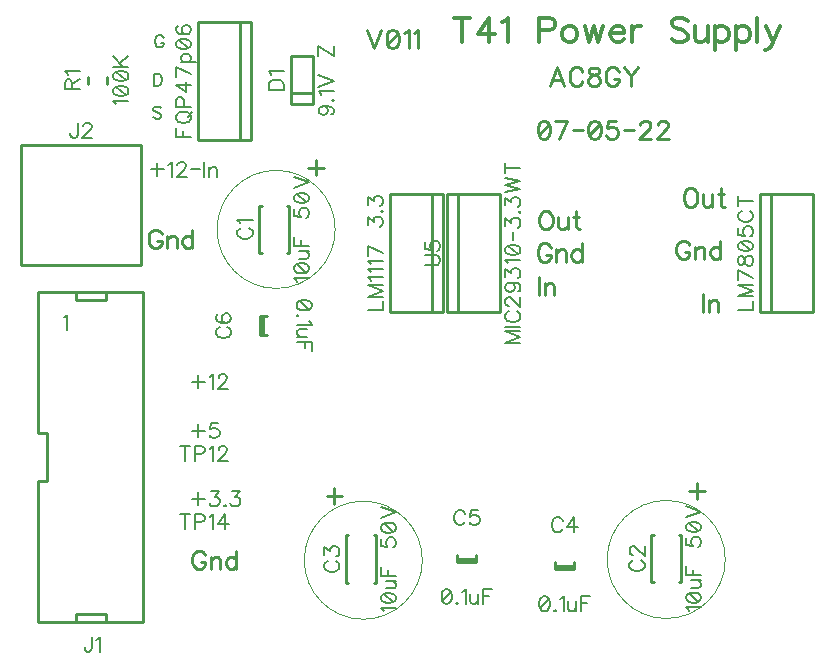
<source format=gbr>
G04 DipTrace 4.2.0.1*
G04 TopSilk.gbr*
%MOIN*%
G04 #@! TF.FileFunction,Legend,Top*
G04 #@! TF.Part,Single*
%ADD10C,0.009843*%
%ADD17C,0.001312*%
%ADD57C,0.00772*%
%ADD58C,0.009264*%
%ADD59C,0.012351*%
%ADD60C,0.006176*%
%FSLAX26Y26*%
G04*
G70*
G90*
G75*
G01*
G04 TopSilk*
%LPD*%
X1808831Y2122307D2*
D10*
X1631665D1*
Y1728606D1*
X1808831D1*
Y2122307D1*
X1773398D2*
Y1728606D1*
X2866139Y1728622D2*
X3043304D1*
Y2122323D1*
X2866139D1*
Y1728622D1*
X2901572D2*
Y2122323D1*
X1295720Y1926231D2*
X1288634D1*
X1204382D2*
X1197295D1*
X1204382Y2083617D2*
X1197295D1*
X1295720D2*
X1288634D1*
X1197295Y1926231D2*
Y2083617D1*
X1295720Y1926231D2*
Y2083617D1*
X2602450Y828727D2*
X2595364D1*
X2511112D2*
X2504025D1*
X2511112Y986113D2*
X2504025D1*
X2602450D2*
X2595364D1*
X2504025Y828727D2*
Y986113D1*
X2602450Y828727D2*
Y986113D1*
X1584810Y826761D2*
X1577723D1*
X1493471D2*
X1486385D1*
X1493471Y984147D2*
X1486385D1*
X1584810D2*
X1577723D1*
X1486385Y826761D2*
Y984147D1*
X1584810Y826761D2*
Y984147D1*
X1169291Y2695276D2*
X992126D1*
Y2301575D1*
X1169291D1*
Y2695276D1*
X1133858D2*
Y2301575D1*
X1376762Y2422831D2*
X1304251Y2422530D1*
X1301029Y2423366D2*
Y2580850D1*
X1375551Y2457333D2*
X1302278D1*
X1376945Y2583728D2*
X1303420Y2583528D1*
X1377197Y2425039D2*
X1376945Y2583728D1*
X689228Y2489361D2*
Y2512920D1*
X626299Y2489361D2*
Y2512920D1*
X403675Y1885875D2*
X803675D1*
Y2285875D1*
X403675D1*
Y1885875D1*
X1920415Y904239D2*
X1857486D1*
X1920415Y896790D2*
X1857486D1*
X1920415D2*
Y920349D1*
X1857486Y896790D2*
Y920349D1*
X2247025Y880667D2*
X2184096D1*
X2247025Y873218D2*
X2184096D1*
X2247025D2*
Y896777D1*
X2184096Y873218D2*
Y896777D1*
X1207827Y1651542D2*
Y1714471D1*
X1200378Y1651542D2*
Y1714471D1*
Y1651542D2*
X1223937D1*
X1200378Y1714471D2*
X1223937D1*
X1822835Y1728622D2*
X2000000D1*
Y2122323D1*
X1822835D1*
Y1728622D1*
X1858268D2*
Y2122323D1*
X585555Y1770320D2*
Y1795621D1*
X685655Y1770320D2*
X585555D1*
X685655D2*
Y1795621D1*
X585555Y695621D2*
Y720921D1*
X685655D2*
X585555D1*
X685655Y695621D2*
Y720921D1*
X810605Y695621D2*
X460605D1*
X810605Y1795621D2*
X460605D1*
X810605Y695621D2*
Y1795621D1*
X490705Y1325921D2*
X460605D1*
X490705Y1165320D2*
Y1325921D1*
Y1165320D2*
X460605D1*
Y695621D2*
Y1165320D1*
Y1325921D2*
Y1795621D1*
X1346618Y901461D2*
D17*
G02X1346618Y901461I196850J0D01*
G01*
X2356387Y903869D2*
G02X2356387Y903869I196850J0D01*
G01*
X1056094Y2004138D2*
G02X1056094Y2004138I196850J0D01*
G01*
X2676144Y1788803D2*
D58*
Y1728515D1*
X2694671Y1768707D2*
Y1728515D1*
Y1757233D2*
X2703293Y1765855D1*
X2709063Y1768707D1*
X2717619D1*
X2723389Y1765855D1*
X2726241Y1757233D1*
Y1728515D1*
X2628620Y2140531D2*
X2622850Y2137680D1*
X2617146Y2131909D1*
X2614228Y2126206D1*
X2611376Y2117584D1*
Y2103191D1*
X2614228Y2094636D1*
X2617146Y2088866D1*
X2622850Y2083162D1*
X2628620Y2080243D1*
X2640094D1*
X2645798Y2083162D1*
X2651568Y2088866D1*
X2654420Y2094636D1*
X2657272Y2103191D1*
Y2117584D1*
X2654420Y2126206D1*
X2651568Y2131909D1*
X2645798Y2137680D1*
X2640094Y2140531D1*
X2628620D1*
X2675799Y2120435D2*
Y2091717D1*
X2678651Y2083162D1*
X2684421Y2080243D1*
X2693043D1*
X2698747Y2083162D1*
X2707369Y2091717D1*
Y2120435D2*
Y2080243D1*
X2734518Y2140531D2*
Y2091717D1*
X2737370Y2083162D1*
X2743140Y2080243D1*
X2748844D1*
X2725896Y2120435D2*
X2745992D1*
X2630533Y1952072D2*
X2627681Y1957776D1*
X2621911Y1963546D1*
X2616207Y1966398D1*
X2604733D1*
X2598963Y1963546D1*
X2593259Y1957776D1*
X2590341Y1952072D1*
X2587489Y1943450D1*
Y1929058D1*
X2590341Y1920502D1*
X2593259Y1914732D1*
X2598963Y1909028D1*
X2604733Y1906110D1*
X2616207D1*
X2621911Y1909028D1*
X2627681Y1914732D1*
X2630533Y1920502D1*
Y1929058D1*
X2616207D1*
X2649060Y1946302D2*
Y1906110D1*
Y1934828D2*
X2657682Y1943450D1*
X2663452Y1946302D1*
X2672008D1*
X2677778Y1943450D1*
X2680630Y1934828D1*
Y1906110D1*
X2733579Y1966398D2*
Y1906110D1*
Y1937680D2*
X2727875Y1943450D1*
X2722105Y1946302D1*
X2713483D1*
X2707779Y1943450D1*
X2702009Y1937680D1*
X2699157Y1929058D1*
Y1923354D1*
X2702009Y1914732D1*
X2707779Y1909028D1*
X2713483Y1906110D1*
X2722105D1*
X2727875Y1909028D1*
X2733579Y1914732D1*
X2129220Y1844458D2*
Y1784170D1*
X2147747Y1824362D2*
Y1784170D1*
Y1812888D2*
X2156369Y1821510D1*
X2162139Y1824362D1*
X2170695D1*
X2176465Y1821510D1*
X2179317Y1812888D1*
Y1784170D1*
X2146464Y2064457D2*
X2140694Y2061605D1*
X2134990Y2055835D1*
X2132072Y2050131D1*
X2129220Y2041509D1*
Y2027117D1*
X2132072Y2018561D1*
X2134990Y2012791D1*
X2140694Y2007087D1*
X2146464Y2004169D1*
X2157938D1*
X2163642Y2007087D1*
X2169412Y2012791D1*
X2172264Y2018561D1*
X2175116Y2027117D1*
Y2041509D1*
X2172264Y2050131D1*
X2169412Y2055835D1*
X2163642Y2061605D1*
X2157938Y2064457D1*
X2146464D1*
X2193643Y2044361D2*
Y2015643D1*
X2196495Y2007087D1*
X2202265Y2004169D1*
X2210887D1*
X2216591Y2007087D1*
X2225213Y2015643D1*
Y2044361D2*
Y2004169D1*
X2252362Y2064457D2*
Y2015643D1*
X2255214Y2007087D1*
X2260984Y2004169D1*
X2266688D1*
X2243740Y2044361D2*
X2263836D1*
X2167953Y1942901D2*
X2165101Y1948605D1*
X2159331Y1954375D1*
X2153627Y1957227D1*
X2142153D1*
X2136383Y1954375D1*
X2130679Y1948605D1*
X2127761Y1942901D1*
X2124909Y1934279D1*
Y1919887D1*
X2127761Y1911331D1*
X2130679Y1905561D1*
X2136383Y1899857D1*
X2142153Y1896939D1*
X2153627D1*
X2159331Y1899857D1*
X2165101Y1905561D1*
X2167953Y1911331D1*
Y1919887D1*
X2153627D1*
X2186480Y1937131D2*
Y1896939D1*
Y1925657D2*
X2195102Y1934279D1*
X2200872Y1937131D1*
X2209428D1*
X2215198Y1934279D1*
X2218050Y1925657D1*
Y1896939D1*
X2270999Y1957227D2*
Y1896939D1*
Y1928509D2*
X2265295Y1934279D1*
X2259525Y1937131D1*
X2250903D1*
X2245199Y1934279D1*
X2239429Y1928509D1*
X2236577Y1919887D1*
Y1914183D1*
X2239429Y1905561D1*
X2245199Y1899857D1*
X2250903Y1896939D1*
X2259525D1*
X2265295Y1899857D1*
X2270999Y1905561D1*
X1385327Y2235547D2*
Y2183881D1*
X1359527Y2209681D2*
X1411193D1*
X1446745Y1141543D2*
Y1089877D1*
X1420945Y1115677D2*
X1472611D1*
X1873170Y2709220D2*
D59*
Y2628836D1*
X1846375Y2709220D2*
X1899965D1*
X1962958Y2628836D2*
Y2709132D1*
X1924667Y2655631D1*
X1982059D1*
X2006762Y2693833D2*
X2014456Y2697724D1*
X2025952Y2709132D1*
Y2628836D1*
X2128416Y2667127D2*
X2162904D1*
X2174312Y2670930D1*
X2178203Y2674821D1*
X2182005Y2682426D1*
Y2693922D1*
X2178203Y2701527D1*
X2174312Y2705418D1*
X2162904Y2709220D1*
X2128416D1*
Y2628836D1*
X2225809Y2682426D2*
X2218204Y2678623D1*
X2210511Y2670930D1*
X2206708Y2659434D1*
Y2651829D1*
X2210511Y2640332D1*
X2218204Y2632727D1*
X2225809Y2628836D1*
X2237305D1*
X2244999Y2632727D1*
X2252604Y2640332D1*
X2256495Y2651829D1*
Y2659434D1*
X2252604Y2670930D1*
X2244999Y2678623D1*
X2237305Y2682426D1*
X2225809D1*
X2281198D2*
X2296496Y2628836D1*
X2311795Y2682426D1*
X2327093Y2628836D1*
X2342392Y2682426D1*
X2367095Y2659434D2*
X2412991D1*
Y2667127D1*
X2409188Y2674821D1*
X2405386Y2678623D1*
X2397692Y2682426D1*
X2386196D1*
X2378591Y2678623D1*
X2370897Y2670930D1*
X2367095Y2659434D1*
Y2651829D1*
X2370897Y2640332D1*
X2378591Y2632727D1*
X2386196Y2628836D1*
X2397692D1*
X2405386Y2632727D1*
X2412991Y2640332D1*
X2437693Y2682426D2*
Y2628836D1*
Y2659434D2*
X2441584Y2670930D1*
X2449190Y2678623D1*
X2456883Y2682426D1*
X2468379D1*
X2624433Y2697724D2*
X2616828Y2705418D1*
X2605332Y2709220D1*
X2590033D1*
X2578537Y2705418D1*
X2570843Y2697724D1*
Y2690119D1*
X2574734Y2682426D1*
X2578537Y2678623D1*
X2586142Y2674821D1*
X2609134Y2667127D1*
X2616828Y2663325D1*
X2620630Y2659434D1*
X2624433Y2651829D1*
Y2640332D1*
X2616828Y2632727D1*
X2605332Y2628836D1*
X2590033D1*
X2578537Y2632727D1*
X2570843Y2640332D1*
X2649136Y2682426D2*
Y2644135D1*
X2652938Y2632727D1*
X2660632Y2628836D1*
X2672128D1*
X2679733Y2632727D1*
X2691229Y2644135D1*
Y2682426D2*
Y2628836D1*
X2715932Y2682426D2*
Y2602042D1*
Y2670930D2*
X2723625Y2678535D1*
X2731230Y2682426D1*
X2742726D1*
X2750420Y2678535D1*
X2758025Y2670930D1*
X2761916Y2659434D1*
Y2651740D1*
X2758025Y2640332D1*
X2750420Y2632639D1*
X2742726Y2628836D1*
X2731230D1*
X2723625Y2632639D1*
X2715932Y2640332D1*
X2786619Y2682426D2*
Y2602042D1*
Y2670930D2*
X2794312Y2678535D1*
X2801917Y2682426D1*
X2813413D1*
X2821107Y2678535D1*
X2828712Y2670930D1*
X2832603Y2659434D1*
Y2651740D1*
X2828712Y2640332D1*
X2821107Y2632639D1*
X2813413Y2628836D1*
X2801917D1*
X2794312Y2632639D1*
X2786619Y2640332D1*
X2857306Y2709220D2*
Y2628836D1*
X2885900Y2682426D2*
X2908803Y2628836D1*
X2901198Y2613538D1*
X2893505Y2605844D1*
X2885900Y2602042D1*
X2882009D1*
X2931795Y2682426D2*
X2908803Y2628836D1*
X1016300Y918484D2*
D58*
X1013448Y924188D1*
X1007678Y929958D1*
X1001974Y932810D1*
X990501D1*
X984730Y929958D1*
X979027Y924188D1*
X976108Y918484D1*
X973256Y909862D1*
Y895470D1*
X976108Y886914D1*
X979027Y881144D1*
X984730Y875440D1*
X990501Y872522D1*
X1001974D1*
X1007678Y875440D1*
X1013448Y881144D1*
X1016300Y886914D1*
Y895470D1*
X1001974D1*
X1034827Y912714D2*
Y872522D1*
Y901240D2*
X1043450Y909862D1*
X1049220Y912714D1*
X1057775D1*
X1063546Y909862D1*
X1066397Y901240D1*
Y872522D1*
X1119346Y932810D2*
Y872522D1*
Y904092D2*
X1113643Y909862D1*
X1107872Y912714D1*
X1099250D1*
X1093547Y909862D1*
X1087776Y904092D1*
X1084925Y895470D1*
Y889766D1*
X1087776Y881144D1*
X1093547Y875440D1*
X1099250Y872522D1*
X1107872D1*
X1113643Y875440D1*
X1119346Y881144D1*
X993984Y1127622D2*
D57*
Y1084567D1*
X972484Y1106067D2*
X1015539D1*
X1035787Y1131187D2*
X1062040D1*
X1047725Y1112064D1*
X1054910D1*
X1059664Y1109687D1*
X1062040Y1107311D1*
X1064472Y1100126D1*
Y1095373D1*
X1062040Y1088188D1*
X1057287Y1083379D1*
X1050102Y1081002D1*
X1042917D1*
X1035787Y1083379D1*
X1033411Y1085811D1*
X1030979Y1090564D1*
X1082288Y1085811D2*
X1079911Y1083379D1*
X1082288Y1081002D1*
X1084720Y1083379D1*
X1082288Y1085811D1*
X1104967Y1131187D2*
X1131220D1*
X1116906Y1112064D1*
X1124091D1*
X1128844Y1109687D1*
X1131220Y1107311D1*
X1133652Y1100126D1*
Y1095373D1*
X1131220Y1088188D1*
X1126467Y1083379D1*
X1119282Y1081002D1*
X1112097D1*
X1104967Y1083379D1*
X1102591Y1085811D1*
X1100159Y1090564D1*
X993984Y1355116D2*
Y1312061D1*
X972484Y1333561D2*
X1015539D1*
X1059664Y1358681D2*
X1035787D1*
X1033411Y1337181D1*
X1035787Y1339558D1*
X1042972Y1341990D1*
X1050102D1*
X1057287Y1339558D1*
X1062095Y1334804D1*
X1064472Y1327619D1*
Y1322866D1*
X1062095Y1315681D1*
X1057287Y1310873D1*
X1050102Y1308496D1*
X1042972D1*
X1035787Y1310873D1*
X1033411Y1313305D1*
X1030979Y1318058D1*
X993984Y1517988D2*
Y1474933D1*
X972484Y1496433D2*
X1015539D1*
X1030979Y1511991D2*
X1035787Y1514423D1*
X1042972Y1521553D1*
Y1471368D1*
X1060843Y1509614D2*
Y1511991D1*
X1063220Y1516799D1*
X1065596Y1519176D1*
X1070405Y1521553D1*
X1079967D1*
X1084720Y1519176D1*
X1087096Y1516799D1*
X1089528Y1511991D1*
Y1507238D1*
X1087096Y1502429D1*
X1082343Y1495300D1*
X1058411Y1471368D1*
X1091905D1*
X1556625Y2669205D2*
D58*
X1579573Y2608917D1*
X1602521Y2669205D1*
X1638292Y2669138D2*
X1629670Y2666286D1*
X1623900Y2657664D1*
X1621048Y2643339D1*
Y2634716D1*
X1623900Y2620391D1*
X1629670Y2611769D1*
X1638292Y2608917D1*
X1643996D1*
X1652618Y2611769D1*
X1658322Y2620391D1*
X1661240Y2634716D1*
Y2643339D1*
X1658322Y2657664D1*
X1652618Y2666286D1*
X1643996Y2669138D1*
X1638292D1*
X1658322Y2657664D2*
X1623900Y2620391D1*
X1679767Y2657664D2*
X1685537Y2660583D1*
X1694159Y2669138D1*
Y2608917D1*
X1712687Y2657664D2*
X1718457Y2660583D1*
X1727079Y2669138D1*
Y2608917D1*
X2142153Y2366422D2*
X2133531Y2363570D1*
X2127761Y2354948D1*
X2124909Y2340622D1*
Y2332000D1*
X2127761Y2317674D1*
X2133531Y2309052D1*
X2142153Y2306200D1*
X2147857D1*
X2156479Y2309052D1*
X2162182Y2317674D1*
X2165101Y2332000D1*
Y2340622D1*
X2162182Y2354948D1*
X2156479Y2363570D1*
X2147857Y2366422D1*
X2142153D1*
X2162182Y2354948D2*
X2127761Y2317674D1*
X2195102Y2306200D2*
X2223820Y2366422D1*
X2183628D1*
X2242347Y2336311D2*
X2275509D1*
X2311280Y2366422D2*
X2302658Y2363570D1*
X2296888Y2354948D1*
X2294036Y2340622D1*
Y2332000D1*
X2296888Y2317674D1*
X2302658Y2309052D1*
X2311280Y2306200D1*
X2316984D1*
X2325606Y2309052D1*
X2331309Y2317674D1*
X2334228Y2332000D1*
Y2340622D1*
X2331309Y2354948D1*
X2325606Y2363570D1*
X2316984Y2366422D1*
X2311280D1*
X2331309Y2354948D2*
X2296888Y2317674D1*
X2387177Y2366422D2*
X2358525D1*
X2355673Y2340622D1*
X2358525Y2343474D1*
X2367147Y2346392D1*
X2375703D1*
X2384325Y2343474D1*
X2390095Y2337770D1*
X2392947Y2329148D1*
Y2323444D1*
X2390095Y2314822D1*
X2384325Y2309052D1*
X2375703Y2306200D1*
X2367147D1*
X2358525Y2309052D1*
X2355673Y2311970D1*
X2352755Y2317674D1*
X2411474Y2336311D2*
X2444636D1*
X2466081Y2352096D2*
Y2354948D1*
X2468933Y2360718D1*
X2471785Y2363570D1*
X2477555Y2366422D1*
X2489029D1*
X2494733Y2363570D1*
X2497585Y2360718D1*
X2500503Y2354948D1*
Y2349244D1*
X2497585Y2343474D1*
X2491881Y2334918D1*
X2463163Y2306200D1*
X2503355D1*
X2524800Y2352096D2*
Y2354948D1*
X2527652Y2360718D1*
X2530504Y2363570D1*
X2536274Y2366422D1*
X2547748D1*
X2553452Y2363570D1*
X2556304Y2360718D1*
X2559222Y2354948D1*
Y2349244D1*
X2556304Y2343474D1*
X2550600Y2334918D1*
X2521882Y2306200D1*
X2562074D1*
X2212539Y2483494D2*
X2189525Y2543782D1*
X2166577Y2483494D1*
X2175199Y2503590D2*
X2203917D1*
X2274110Y2529456D2*
X2271258Y2535160D1*
X2265488Y2540930D1*
X2259784Y2543782D1*
X2248310D1*
X2242540Y2540930D1*
X2236836Y2535160D1*
X2233918Y2529456D1*
X2231066Y2520834D1*
Y2506442D1*
X2233918Y2497886D1*
X2236836Y2492116D1*
X2242540Y2486412D1*
X2248310Y2483494D1*
X2259784D1*
X2265488Y2486412D1*
X2271258Y2492116D1*
X2274110Y2497886D1*
X2306963Y2543716D2*
X2298407Y2540864D1*
X2295489Y2535160D1*
Y2529390D1*
X2298407Y2523686D1*
X2304111Y2520768D1*
X2315585Y2517916D1*
X2324207Y2515064D1*
X2329911Y2509294D1*
X2332763Y2503590D1*
Y2494968D1*
X2329911Y2489264D1*
X2327059Y2486346D1*
X2318437Y2483494D1*
X2306963D1*
X2298407Y2486346D1*
X2295489Y2489264D1*
X2292637Y2494968D1*
Y2503590D1*
X2295489Y2509294D1*
X2301259Y2515064D1*
X2309815Y2517916D1*
X2321289Y2520768D1*
X2327059Y2523686D1*
X2329911Y2529390D1*
Y2535160D1*
X2327059Y2540864D1*
X2318437Y2543716D1*
X2306963D1*
X2394334Y2529456D2*
X2391482Y2535160D1*
X2385712Y2540930D1*
X2380008Y2543782D1*
X2368534D1*
X2362764Y2540930D1*
X2357060Y2535160D1*
X2354142Y2529456D1*
X2351290Y2520834D1*
Y2506442D1*
X2354142Y2497886D1*
X2357060Y2492116D1*
X2362764Y2486412D1*
X2368534Y2483494D1*
X2380008D1*
X2385712Y2486412D1*
X2391482Y2492116D1*
X2394334Y2497886D1*
Y2506442D1*
X2380008D1*
X2412861Y2543782D2*
X2435809Y2515064D1*
Y2483494D1*
X2458757Y2543782D2*
X2435809Y2515064D1*
X870957Y1988276D2*
X868105Y1993980D1*
X862334Y1999750D1*
X856631Y2002602D1*
X845157D1*
X839387Y1999750D1*
X833683Y1993980D1*
X830765Y1988276D1*
X827913Y1979654D1*
Y1965262D1*
X830765Y1956707D1*
X833683Y1950936D1*
X839387Y1945233D1*
X845157Y1942314D1*
X856631D1*
X862334Y1945233D1*
X868105Y1950936D1*
X870957Y1956707D1*
Y1965262D1*
X856631D1*
X889484Y1982506D2*
Y1942314D1*
Y1971032D2*
X898106Y1979654D1*
X903876Y1982506D1*
X912432D1*
X918202Y1979654D1*
X921054Y1971032D1*
Y1942314D1*
X974003Y2002602D2*
Y1942314D1*
Y1973884D2*
X968299Y1979654D1*
X962529Y1982506D1*
X953907D1*
X948203Y1979654D1*
X942433Y1973884D1*
X939581Y1965262D1*
Y1959558D1*
X942433Y1950936D1*
X948203Y1945233D1*
X953907Y1942314D1*
X962529D1*
X968299Y1945233D1*
X974003Y1950936D1*
X856836Y2225751D2*
D57*
Y2182696D1*
X835336Y2204195D2*
X878391D1*
X893830Y2219754D2*
X898639Y2222186D1*
X905824Y2229315D1*
Y2179131D1*
X923695Y2217377D2*
Y2219754D1*
X926072Y2224562D1*
X928448Y2226939D1*
X933257Y2229315D1*
X942818D1*
X947571Y2226939D1*
X949948Y2224562D1*
X952380Y2219754D1*
Y2215001D1*
X949948Y2210192D1*
X945195Y2203062D1*
X921263Y2179131D1*
X954756D1*
X970196Y2204223D2*
X997830D1*
X1013270Y2229371D2*
Y2179131D1*
X1028709Y2212624D2*
Y2179131D1*
Y2203062D2*
X1035894Y2210247D1*
X1040702Y2212624D1*
X1047832D1*
X1052641Y2210247D1*
X1055017Y2203062D1*
Y2179131D1*
X2629235Y1131344D2*
D58*
X2680901D1*
X2655101Y1105544D2*
Y1157210D1*
X845151Y2522824D2*
D60*
Y2482632D1*
X858548D1*
X864296Y2484578D1*
X868143Y2488380D1*
X870044Y2492227D1*
X871946Y2497931D1*
Y2507526D1*
X870044Y2513274D1*
X868143Y2517076D1*
X864296Y2520923D1*
X858548Y2522824D1*
X845151D1*
X877996Y2641909D2*
X876095Y2645711D1*
X872248Y2649558D1*
X868446Y2651459D1*
X860797D1*
X856950Y2649558D1*
X853147Y2645711D1*
X851202Y2641909D1*
X849300Y2636161D1*
Y2626566D1*
X851202Y2620862D1*
X853147Y2617015D1*
X856950Y2613213D1*
X860797Y2611267D1*
X868446D1*
X872248Y2613213D1*
X876095Y2617015D1*
X877996Y2620862D1*
Y2626566D1*
X868446D1*
X870780Y2407189D2*
X866978Y2411036D1*
X861230Y2412937D1*
X853580D1*
X847832Y2411036D1*
X843985Y2407189D1*
Y2403386D1*
X845931Y2399540D1*
X847832Y2397638D1*
X851635Y2395737D1*
X863131Y2391890D1*
X866978Y2389989D1*
X868879Y2388044D1*
X870780Y2384241D1*
Y2378493D1*
X866978Y2374690D1*
X861230Y2372745D1*
X853580D1*
X847832Y2374690D1*
X843985Y2378493D1*
X545125Y1710456D2*
D57*
X549933Y1712888D1*
X557118Y1720018D1*
Y1669833D1*
X638306Y645960D2*
Y607713D1*
X635929Y600528D1*
X633498Y598152D1*
X628744Y595720D1*
X623936D1*
X619183Y598152D1*
X616806Y600528D1*
X614374Y607713D1*
Y612467D1*
X653745Y636343D2*
X658554Y638775D1*
X665739Y645905D1*
Y595720D1*
X949860Y1282347D2*
Y1232106D1*
X933114Y1282347D2*
X966607D1*
X982046Y1256038D2*
X1003601D1*
X1010731Y1258415D1*
X1013163Y1260847D1*
X1015539Y1265600D1*
Y1272785D1*
X1013163Y1277538D1*
X1010731Y1279970D1*
X1003601Y1282347D1*
X982046D1*
Y1232106D1*
X1030979Y1272730D2*
X1035787Y1275161D1*
X1042972Y1282291D1*
Y1232106D1*
X1060843Y1270353D2*
Y1272730D1*
X1063220Y1277538D1*
X1065596Y1279915D1*
X1070405Y1282291D1*
X1079967D1*
X1084720Y1279915D1*
X1087096Y1277538D1*
X1089528Y1272730D1*
Y1267976D1*
X1087096Y1263168D1*
X1082343Y1256038D1*
X1058411Y1232106D1*
X1091905D1*
X949860Y1054936D2*
Y1004696D1*
X933114Y1054936D2*
X966607D1*
X982046Y1028628D2*
X1003601D1*
X1010731Y1031004D1*
X1013163Y1033436D1*
X1015539Y1038189D1*
Y1045374D1*
X1013163Y1050128D1*
X1010731Y1052559D1*
X1003601Y1054936D1*
X982046D1*
Y1004696D1*
X1030979Y1045319D2*
X1035787Y1047751D1*
X1042972Y1054881D1*
Y1004696D1*
X1082343D2*
Y1054881D1*
X1058411Y1021443D1*
X1094281D1*
X1558442Y1735299D2*
X1608682D1*
Y1763984D1*
Y1817670D2*
X1558442D1*
X1608682Y1798546D1*
X1558442Y1779423D1*
X1608682D1*
X1568059Y1833109D2*
X1565627Y1837917D1*
X1558498Y1845102D1*
X1608682D1*
X1568059Y1860542D2*
X1565627Y1865350D1*
X1558498Y1872535D1*
X1608682D1*
X1568059Y1887974D2*
X1565627Y1892783D1*
X1558498Y1899968D1*
X1608682D1*
Y1924969D2*
X1558498Y1948900D1*
Y1915407D1*
Y2017749D2*
Y2044002D1*
X1577621Y2029687D1*
Y2036872D1*
X1579997Y2041626D1*
X1582374Y2044002D1*
X1589559Y2046434D1*
X1594312D1*
X1601497Y2044002D1*
X1606306Y2039249D1*
X1608682Y2032064D1*
Y2024879D1*
X1606306Y2017749D1*
X1603874Y2015373D1*
X1599121Y2012941D1*
X1603874Y2064250D2*
X1606306Y2061873D1*
X1608682Y2064250D1*
X1606306Y2066682D1*
X1603874Y2064250D1*
X1558498Y2086929D2*
Y2113182D1*
X1577621Y2098868D1*
Y2106053D1*
X1579997Y2110806D1*
X1582374Y2113182D1*
X1589559Y2115614D1*
X1594312D1*
X1601497Y2113182D1*
X1606306Y2108429D1*
X1608682Y2101244D1*
Y2094059D1*
X1606306Y2086929D1*
X1603874Y2084553D1*
X1599121Y2082121D1*
X2792916Y1736329D2*
X2843156D1*
Y1765014D1*
Y1818699D2*
X2792916D1*
X2843156Y1799576D1*
X2792916Y1780453D1*
X2843156D1*
Y1843700D2*
X2792971Y1867632D1*
Y1834139D1*
Y1895009D2*
X2795348Y1887880D1*
X2800101Y1885448D1*
X2804910D1*
X2809663Y1887880D1*
X2812095Y1892633D1*
X2814471Y1902194D1*
X2816848Y1909379D1*
X2821656Y1914133D1*
X2826409Y1916509D1*
X2833594D1*
X2838348Y1914133D1*
X2840779Y1911756D1*
X2843156Y1904571D1*
Y1895009D1*
X2840779Y1887880D1*
X2838348Y1885448D1*
X2833594Y1883071D1*
X2826409D1*
X2821656Y1885448D1*
X2816848Y1890256D1*
X2814471Y1897386D1*
X2812095Y1906948D1*
X2809663Y1911756D1*
X2804910Y1914133D1*
X2800101D1*
X2795348Y1911756D1*
X2792971Y1904571D1*
Y1895009D1*
Y1946319D2*
X2795348Y1939134D1*
X2802533Y1934325D1*
X2814471Y1931948D1*
X2821656D1*
X2833594Y1934325D1*
X2840779Y1939134D1*
X2843156Y1946319D1*
Y1951072D1*
X2840779Y1958257D1*
X2833594Y1963010D1*
X2821656Y1965442D1*
X2814471D1*
X2802533Y1963010D1*
X2795348Y1958257D1*
X2792971Y1951072D1*
Y1946319D1*
X2802533Y1963010D2*
X2833594Y1934325D1*
X2792971Y2009566D2*
Y1985690D1*
X2814471Y1983313D1*
X2812095Y1985690D1*
X2809663Y1992875D1*
Y2000004D1*
X2812095Y2007189D1*
X2816848Y2011998D1*
X2824033Y2014374D1*
X2828786D1*
X2835971Y2011998D1*
X2840779Y2007189D1*
X2843156Y2000004D1*
Y1992875D1*
X2840779Y1985690D1*
X2838348Y1983313D1*
X2833594Y1980881D1*
X2804854Y2065684D2*
X2800101Y2063307D1*
X2795293Y2058499D1*
X2792916Y2053745D1*
Y2044184D1*
X2795293Y2039375D1*
X2800101Y2034622D1*
X2804854Y2032190D1*
X2812039Y2029814D1*
X2824033D1*
X2831163Y2032190D1*
X2835971Y2034622D1*
X2840724Y2039375D1*
X2843156Y2044184D1*
Y2053745D1*
X2840724Y2058499D1*
X2835971Y2063307D1*
X2831163Y2065684D1*
X2792916Y2097870D2*
X2843156D1*
X2792916Y2081123D2*
Y2114616D1*
X1136010Y2009142D2*
X1131257Y2006766D1*
X1126449Y2001957D1*
X1124072Y1997204D1*
Y1987643D1*
X1126449Y1982834D1*
X1131257Y1978081D1*
X1136010Y1975649D1*
X1143195Y1973273D1*
X1155189D1*
X1162319Y1975649D1*
X1167127Y1978081D1*
X1171880Y1982834D1*
X1174312Y1987643D1*
Y1997204D1*
X1171880Y2001957D1*
X1167127Y2006766D1*
X1162319Y2009142D1*
X1133689Y2024582D2*
X1131257Y2029390D1*
X1124127Y2036575D1*
X1174312D1*
X1322296Y1830233D2*
X1319864Y1835042D1*
X1312734Y1842227D1*
X1362919D1*
X1312734Y1872036D2*
X1315111Y1864851D1*
X1322296Y1860042D1*
X1334234Y1857666D1*
X1341419D1*
X1353358Y1860042D1*
X1360543Y1864851D1*
X1362919Y1872036D1*
Y1876789D1*
X1360543Y1883974D1*
X1353358Y1888727D1*
X1341419Y1891159D1*
X1334234D1*
X1322296Y1888727D1*
X1315111Y1883974D1*
X1312734Y1876789D1*
Y1872036D1*
X1322296Y1888727D2*
X1353358Y1860042D1*
X1329426Y1906598D2*
X1353358D1*
X1360487Y1908975D1*
X1362919Y1913783D1*
Y1920969D1*
X1360487Y1925722D1*
X1353358Y1932907D1*
X1329426D2*
X1362919D1*
X1312679Y1979463D2*
Y1948346D1*
X1362919D1*
X1336611D2*
Y1967469D1*
X1312734Y2072188D2*
Y2048311D1*
X1334234Y2045935D1*
X1331858Y2048311D1*
X1329426Y2055496D1*
Y2062626D1*
X1331858Y2069811D1*
X1336611Y2074620D1*
X1343796Y2076996D1*
X1348549D1*
X1355734Y2074620D1*
X1360543Y2069811D1*
X1362919Y2062626D1*
Y2055496D1*
X1360543Y2048311D1*
X1358111Y2045935D1*
X1353358Y2043503D1*
X1312734Y2106806D2*
X1315111Y2099621D1*
X1322296Y2094812D1*
X1334234Y2092436D1*
X1341419D1*
X1353358Y2094812D1*
X1360543Y2099621D1*
X1362919Y2106806D1*
Y2111559D1*
X1360543Y2118744D1*
X1353358Y2123497D1*
X1341419Y2125929D1*
X1334234D1*
X1322296Y2123497D1*
X1315111Y2118744D1*
X1312734Y2111559D1*
Y2106806D1*
X1322296Y2123497D2*
X1353358Y2094812D1*
X1312679Y2141368D2*
X1362919Y2160491D1*
X1312679Y2179615D1*
X2442740Y900889D2*
X2437987Y898512D1*
X2433178Y893704D1*
X2430802Y888950D1*
Y879389D1*
X2433178Y874580D1*
X2437987Y869827D1*
X2442740Y867395D1*
X2449925Y865019D1*
X2461919D1*
X2469048Y867395D1*
X2473857Y869827D1*
X2478610Y874580D1*
X2481042Y879389D1*
Y888950D1*
X2478610Y893704D1*
X2473857Y898512D1*
X2469048Y900889D1*
X2442795Y918760D2*
X2440419D1*
X2435610Y921136D1*
X2433234Y923513D1*
X2430857Y928321D1*
Y937883D1*
X2433234Y942636D1*
X2435610Y945013D1*
X2440419Y947445D1*
X2445172D1*
X2449980Y945013D1*
X2457110Y940260D1*
X2481042Y916328D1*
Y949821D1*
X2629026Y732729D2*
X2626594Y737538D1*
X2619464Y744723D1*
X2669649D1*
X2619464Y774532D2*
X2621841Y767347D1*
X2629026Y762539D1*
X2640964Y760162D1*
X2648149D1*
X2660087Y762539D1*
X2667272Y767347D1*
X2669649Y774532D1*
Y779285D1*
X2667272Y786470D1*
X2660087Y791223D1*
X2648149Y793655D1*
X2640964D1*
X2629026Y791223D1*
X2621841Y786470D1*
X2619464Y779285D1*
Y774532D1*
X2629026Y791223D2*
X2660087Y762539D1*
X2636155Y809095D2*
X2660087D1*
X2667217Y811471D1*
X2669649Y816280D1*
Y823465D1*
X2667217Y828218D1*
X2660087Y835403D1*
X2636155D2*
X2669649D1*
X2619409Y881959D2*
Y850842D1*
X2669649D1*
X2643341D2*
Y869965D1*
X2619464Y974684D2*
Y950807D1*
X2640964Y948431D1*
X2638587Y950807D1*
X2636155Y957993D1*
Y965122D1*
X2638587Y972307D1*
X2643341Y977116D1*
X2650526Y979492D1*
X2655279D1*
X2662464Y977116D1*
X2667272Y972307D1*
X2669649Y965122D1*
Y957993D1*
X2667272Y950807D1*
X2664840Y948431D1*
X2660087Y945999D1*
X2619464Y1009302D2*
X2621841Y1002117D1*
X2629026Y997308D1*
X2640964Y994932D1*
X2648149D1*
X2660087Y997308D1*
X2667272Y1002117D1*
X2669649Y1009302D1*
Y1014055D1*
X2667272Y1021240D1*
X2660087Y1025993D1*
X2648149Y1028425D1*
X2640964D1*
X2629026Y1025993D1*
X2621841Y1021240D1*
X2619464Y1014055D1*
Y1009302D1*
X2629026Y1025993D2*
X2660087Y997308D1*
X2619409Y1043864D2*
X2669649Y1062987D1*
X2619409Y1082111D1*
X1425100Y898923D2*
X1420346Y896546D1*
X1415538Y891738D1*
X1413161Y886985D1*
Y877423D1*
X1415538Y872614D1*
X1420346Y867861D1*
X1425100Y865429D1*
X1432285Y863053D1*
X1444278D1*
X1451408Y865429D1*
X1456216Y867861D1*
X1460970Y872614D1*
X1463401Y877423D1*
Y886985D1*
X1460970Y891738D1*
X1456216Y896546D1*
X1451408Y898923D1*
X1413217Y919170D2*
Y945423D1*
X1432340Y931109D1*
Y938294D1*
X1434717Y943047D1*
X1437093Y945423D1*
X1444278Y947855D1*
X1449031D1*
X1456216Y945423D1*
X1461025Y940670D1*
X1463401Y933485D1*
Y926300D1*
X1461025Y919170D1*
X1458593Y916794D1*
X1453840Y914362D1*
X1611385Y730763D2*
X1608953Y735572D1*
X1601824Y742757D1*
X1652008D1*
X1601824Y772566D2*
X1604200Y765381D1*
X1611385Y760573D1*
X1623324Y758196D1*
X1630509D1*
X1642447Y760573D1*
X1649632Y765381D1*
X1652008Y772566D1*
Y777319D1*
X1649632Y784504D1*
X1642447Y789258D1*
X1630509Y791689D1*
X1623324D1*
X1611385Y789258D1*
X1604200Y784504D1*
X1601824Y777319D1*
Y772566D1*
X1611385Y789258D2*
X1642447Y760573D1*
X1618515Y807129D2*
X1642447D1*
X1649577Y809505D1*
X1652008Y814314D1*
Y821499D1*
X1649577Y826252D1*
X1642447Y833437D1*
X1618515D2*
X1652008D1*
X1601768Y879993D2*
Y848876D1*
X1652008D1*
X1625700D2*
Y867999D1*
X1601824Y972718D2*
Y948842D1*
X1623324Y946465D1*
X1620947Y948842D1*
X1618515Y956027D1*
Y963156D1*
X1620947Y970341D1*
X1625700Y975150D1*
X1632885Y977526D1*
X1637638D1*
X1644823Y975150D1*
X1649632Y970341D1*
X1652008Y963156D1*
Y956027D1*
X1649632Y948842D1*
X1647200Y946465D1*
X1642447Y944033D1*
X1601824Y1007336D2*
X1604200Y1000151D1*
X1611385Y995342D1*
X1623324Y992966D1*
X1630509D1*
X1642447Y995342D1*
X1649632Y1000151D1*
X1652008Y1007336D1*
Y1012089D1*
X1649632Y1019274D1*
X1642447Y1024027D1*
X1630509Y1026459D1*
X1623324D1*
X1611385Y1024027D1*
X1604200Y1019274D1*
X1601824Y1012089D1*
Y1007336D1*
X1611385Y1024027D2*
X1642447Y995342D1*
X1601768Y1041898D2*
X1652008Y1061022D1*
X1601768Y1080145D1*
X918903Y2342720D2*
Y2311603D1*
X969143D1*
X942835D2*
Y2330726D1*
X918903Y2372529D2*
X921224Y2367776D1*
X926033Y2362967D1*
X930841Y2360591D1*
X938026Y2358159D1*
X949964D1*
X957149Y2360591D1*
X961903Y2362967D1*
X966711Y2367776D1*
X969088Y2372529D1*
Y2382090D1*
X966711Y2386899D1*
X961903Y2391652D1*
X957149Y2394029D1*
X949964Y2396461D1*
X938026D1*
X930841Y2394029D1*
X926033Y2391652D1*
X921224Y2386899D1*
X918903Y2382090D1*
Y2372529D1*
X959526Y2379714D2*
X973896Y2394029D1*
X945211Y2411900D2*
Y2433455D1*
X942835Y2440585D1*
X940403Y2443017D1*
X935650Y2445393D1*
X928465D1*
X923711Y2443017D1*
X921279Y2440585D1*
X918903Y2433455D1*
Y2411900D1*
X969143D1*
Y2484764D2*
X918958D1*
X952396Y2460832D1*
Y2496702D1*
X969143Y2521703D2*
X918958Y2545635D1*
Y2512142D1*
X935650Y2561074D2*
X985890D1*
X942835D2*
X938081Y2565883D1*
X935650Y2570636D1*
Y2577821D1*
X938081Y2582629D1*
X942835Y2587382D1*
X950020Y2589814D1*
X954828D1*
X961958Y2587382D1*
X966766Y2582629D1*
X969143Y2577821D1*
Y2570636D1*
X966766Y2565883D1*
X961958Y2561074D1*
X918958Y2619624D2*
X921335Y2612439D1*
X928520Y2607630D1*
X940458Y2605254D1*
X947643D1*
X959581Y2607630D1*
X966766Y2612439D1*
X969143Y2619624D1*
Y2624377D1*
X966766Y2631562D1*
X959581Y2636315D1*
X947643Y2638747D1*
X940458D1*
X928520Y2636315D1*
X921335Y2631562D1*
X918958Y2624377D1*
Y2619624D1*
X928520Y2636315D2*
X959581Y2607630D1*
X926088Y2682871D2*
X921335Y2680494D1*
X918958Y2673309D1*
Y2668556D1*
X921335Y2661371D1*
X928520Y2656563D1*
X940458Y2654186D1*
X952396D1*
X961958Y2656563D1*
X966766Y2661371D1*
X969143Y2668556D1*
Y2670933D1*
X966766Y2678063D1*
X961958Y2682871D1*
X954773Y2685248D1*
X952396D1*
X945211Y2682871D1*
X940458Y2678063D1*
X938081Y2670933D1*
Y2668556D1*
X940458Y2661371D1*
X945211Y2656563D1*
X952396Y2654186D1*
X1227806Y2469537D2*
X1278046D1*
Y2486284D1*
X1275614Y2493469D1*
X1270861Y2498277D1*
X1266052Y2500654D1*
X1258923Y2503030D1*
X1246929D1*
X1239744Y2500654D1*
X1234991Y2498277D1*
X1230182Y2493469D1*
X1227806Y2486284D1*
Y2469537D1*
X1237423Y2518470D2*
X1234991Y2523278D1*
X1227861Y2530463D1*
X1278046D1*
X1410902Y2416109D2*
X1418087Y2413677D1*
X1422896Y2408923D1*
X1425272Y2401738D1*
Y2399362D1*
X1422896Y2392177D1*
X1418087Y2387424D1*
X1410902Y2384992D1*
X1408526D1*
X1401341Y2387424D1*
X1396587Y2392177D1*
X1394211Y2399362D1*
Y2401738D1*
X1396587Y2408923D1*
X1401341Y2413677D1*
X1410902Y2416109D1*
X1422896D1*
X1434834Y2413677D1*
X1442019Y2408923D1*
X1444396Y2401738D1*
Y2396985D1*
X1442019Y2389800D1*
X1437211Y2387424D1*
X1439587Y2433924D2*
X1442019Y2431548D1*
X1444396Y2433924D1*
X1442019Y2436356D1*
X1439587Y2433924D1*
X1403772Y2451795D2*
X1401341Y2456604D1*
X1394211Y2463789D1*
X1444396D1*
X1394156Y2479228D2*
X1444396Y2498351D1*
X1394156Y2517475D1*
Y2581515D2*
Y2615008D1*
X1444396Y2581515D1*
Y2615008D1*
X573039Y2470677D2*
Y2492177D1*
X570607Y2499362D1*
X568231Y2501794D1*
X563478Y2504171D1*
X558669D1*
X553916Y2501794D1*
X551484Y2499362D1*
X549108Y2492177D1*
Y2470677D1*
X599348D1*
X573039Y2487424D2*
X599348Y2504171D1*
X558725Y2519610D2*
X556293Y2524418D1*
X549163Y2531603D1*
X599348D1*
X719772Y2421745D2*
X717341Y2426553D1*
X710211Y2433738D1*
X760396D1*
X710211Y2463548D2*
X712587Y2456363D1*
X719772Y2451554D1*
X731711Y2449178D1*
X738896D1*
X750834Y2451554D1*
X758019Y2456363D1*
X760396Y2463548D1*
Y2468301D1*
X758019Y2475486D1*
X750834Y2480239D1*
X738896Y2482671D1*
X731711D1*
X719772Y2480239D1*
X712587Y2475486D1*
X710211Y2468301D1*
Y2463548D1*
X719772Y2480239D2*
X750834Y2451554D1*
X710211Y2512480D2*
X712587Y2505295D1*
X719772Y2500487D1*
X731711Y2498110D1*
X738896D1*
X750834Y2500487D1*
X758019Y2505295D1*
X760396Y2512480D1*
Y2517233D1*
X758019Y2524418D1*
X750834Y2529172D1*
X738896Y2531603D1*
X731711D1*
X719772Y2529172D1*
X712587Y2524418D1*
X710211Y2517233D1*
Y2512480D1*
X719772Y2529172D2*
X750834Y2500487D1*
X710156Y2547043D2*
X760396D1*
X710156Y2580536D2*
X743649Y2547043D1*
X731655Y2558981D2*
X760396Y2580536D1*
X591174Y2359098D2*
Y2320852D1*
X588798Y2313667D1*
X586366Y2311290D1*
X581612Y2308858D1*
X576804D1*
X572051Y2311290D1*
X569674Y2313667D1*
X567242Y2320852D1*
Y2325605D1*
X609045Y2347105D2*
Y2349482D1*
X611422Y2354290D1*
X613798Y2356667D1*
X618607Y2359043D1*
X628168D1*
X632922Y2356667D1*
X635298Y2354290D1*
X637730Y2349482D1*
Y2344728D1*
X635298Y2339920D1*
X630545Y2332790D1*
X606613Y2308858D1*
X640107D1*
X1882419Y1056469D2*
X1880042Y1061222D1*
X1875234Y1066030D1*
X1870481Y1068407D1*
X1860919D1*
X1856111Y1066030D1*
X1851357Y1061222D1*
X1848925Y1056469D1*
X1846549Y1049284D1*
Y1037290D1*
X1848925Y1030160D1*
X1851357Y1025352D1*
X1856111Y1020599D1*
X1860919Y1018167D1*
X1870481D1*
X1875234Y1020599D1*
X1880042Y1025352D1*
X1882419Y1030160D1*
X1926543Y1068352D2*
X1902666D1*
X1900290Y1046852D1*
X1902666Y1049228D1*
X1909852Y1051660D1*
X1916981D1*
X1924166Y1049228D1*
X1928975Y1044475D1*
X1931351Y1037290D1*
Y1032537D1*
X1928975Y1025352D1*
X1924166Y1020543D1*
X1916981Y1018167D1*
X1909852D1*
X1902666Y1020543D1*
X1900290Y1022975D1*
X1897858Y1027728D1*
X1818582Y804941D2*
X1811397Y802565D1*
X1806588Y795380D1*
X1804211Y783442D1*
Y776257D1*
X1806588Y764318D1*
X1811397Y757133D1*
X1818582Y754757D1*
X1823335D1*
X1830520Y757133D1*
X1835273Y764318D1*
X1837705Y776257D1*
Y783442D1*
X1835273Y795380D1*
X1830520Y802565D1*
X1823335Y804941D1*
X1818582D1*
X1835273Y795380D2*
X1806588Y764318D1*
X1855521Y759565D2*
X1853144Y757133D1*
X1855521Y754757D1*
X1857953Y757133D1*
X1855521Y759565D1*
X1873392Y795380D2*
X1878200Y797812D1*
X1885385Y804941D1*
Y754757D1*
X1900824Y788250D2*
Y764318D1*
X1903201Y757189D1*
X1908010Y754757D1*
X1915195D1*
X1919948Y757189D1*
X1927133Y764318D1*
Y788250D2*
Y754757D1*
X1973689Y804997D2*
X1942572D1*
Y754757D1*
Y781065D2*
X1961695D1*
X2207841Y1032896D2*
X2205464Y1037650D1*
X2200656Y1042458D1*
X2195903Y1044835D1*
X2186341D1*
X2181532Y1042458D1*
X2176779Y1037650D1*
X2174347Y1032896D1*
X2171971Y1025711D1*
Y1013718D1*
X2174347Y1006588D1*
X2176779Y1001780D1*
X2181532Y997026D1*
X2186341Y994595D1*
X2195903D1*
X2200656Y997026D1*
X2205464Y1001780D1*
X2207841Y1006588D1*
X2247212Y994595D2*
Y1044779D1*
X2223280Y1011341D1*
X2259150D1*
X2145192Y781369D2*
X2138007Y778993D1*
X2133198Y771808D1*
X2130822Y759869D1*
Y752684D1*
X2133198Y740746D1*
X2138007Y733561D1*
X2145192Y731185D1*
X2149945D1*
X2157130Y733561D1*
X2161883Y740746D1*
X2164315Y752684D1*
Y759869D1*
X2161883Y771808D1*
X2157130Y778993D1*
X2149945Y781369D1*
X2145192D1*
X2161883Y771808D2*
X2133198Y740746D1*
X2182131Y735993D2*
X2179754Y733561D1*
X2182131Y731185D1*
X2184563Y733561D1*
X2182131Y735993D1*
X2200002Y771808D2*
X2204810Y774239D1*
X2211995Y781369D1*
Y731185D1*
X2227435Y764678D2*
Y740746D1*
X2229811Y733616D1*
X2234620Y731185D1*
X2241805D1*
X2246558Y733616D1*
X2253743Y740746D1*
Y764678D2*
Y731185D1*
X2300299Y781425D2*
X2269182D1*
Y731185D1*
Y757493D2*
X2288306D1*
X1064258Y1677691D2*
X1059505Y1675315D1*
X1054697Y1670506D1*
X1052320Y1665753D1*
Y1656191D1*
X1054697Y1651383D1*
X1059505Y1646630D1*
X1064258Y1644198D1*
X1071443Y1641821D1*
X1083437D1*
X1090567Y1644198D1*
X1095375Y1646630D1*
X1100128Y1651383D1*
X1102560Y1656191D1*
Y1665753D1*
X1100128Y1670506D1*
X1095375Y1675315D1*
X1090567Y1677691D1*
X1059505Y1721815D2*
X1054752Y1719439D1*
X1052376Y1712254D1*
Y1707500D1*
X1054752Y1700315D1*
X1061937Y1695507D1*
X1073875Y1693130D1*
X1085814D1*
X1095375Y1695507D1*
X1100184Y1700315D1*
X1102560Y1707500D1*
Y1709877D1*
X1100184Y1717007D1*
X1095375Y1721815D1*
X1088190Y1724192D1*
X1085814D1*
X1078629Y1721815D1*
X1073875Y1717007D1*
X1071499Y1709877D1*
Y1707500D1*
X1073875Y1700315D1*
X1078629Y1695507D1*
X1085814Y1693130D1*
X1371939Y1753375D2*
X1369563Y1760560D1*
X1362378Y1765369D1*
X1350440Y1767745D1*
X1343255D1*
X1331316Y1765369D1*
X1324131Y1760560D1*
X1321755Y1753375D1*
Y1748622D1*
X1324131Y1741437D1*
X1331316Y1736684D1*
X1343255Y1734252D1*
X1350440D1*
X1362378Y1736684D1*
X1369563Y1741437D1*
X1371939Y1748622D1*
Y1753375D1*
X1362378Y1736684D2*
X1331316Y1765369D1*
X1326563Y1716436D2*
X1324131Y1718813D1*
X1321755Y1716436D1*
X1324131Y1714004D1*
X1326563Y1716436D1*
X1362378Y1698565D2*
X1364810Y1693756D1*
X1371939Y1686571D1*
X1321755D1*
X1355248Y1671132D2*
X1331316D1*
X1324187Y1668756D1*
X1321755Y1663947D1*
Y1656762D1*
X1324187Y1652009D1*
X1331316Y1644824D1*
X1355248D2*
X1321755D1*
X1371995Y1598268D2*
Y1629385D1*
X1321755D1*
X1348063D2*
Y1610261D1*
X1749612Y1884259D2*
X1785481D1*
X1792667Y1886636D1*
X1797420Y1891445D1*
X1799852Y1898630D1*
Y1903383D1*
X1797420Y1910568D1*
X1792667Y1915376D1*
X1785481Y1917753D1*
X1749612D1*
X1749667Y1961877D2*
Y1938001D1*
X1771167Y1935624D1*
X1768790Y1938001D1*
X1766358Y1945186D1*
Y1952315D1*
X1768790Y1959500D1*
X1773543Y1964309D1*
X1780728Y1966685D1*
X1785481D1*
X1792667Y1964309D1*
X1797475Y1959500D1*
X1799852Y1952315D1*
Y1945186D1*
X1797475Y1938001D1*
X1795043Y1935624D1*
X1790290Y1933192D1*
X2067199Y1664117D2*
X2016959D1*
X2067199Y1644994D1*
X2016959Y1625871D1*
X2067199D1*
X2016959Y1679556D2*
X2067199D1*
X2028897Y1730866D2*
X2024144Y1728489D1*
X2019335Y1723681D1*
X2016959Y1718927D1*
Y1709366D1*
X2019335Y1704557D1*
X2024144Y1699804D1*
X2028897Y1697372D1*
X2036082Y1694996D1*
X2048075D1*
X2055205Y1697372D1*
X2060014Y1699804D1*
X2064767Y1704557D1*
X2067199Y1709366D1*
Y1718927D1*
X2064767Y1723681D1*
X2060014Y1728489D1*
X2055205Y1730866D1*
X2028952Y1748737D2*
X2026576D1*
X2021767Y1751113D1*
X2019391Y1753490D1*
X2017014Y1758298D1*
Y1767860D1*
X2019391Y1772613D1*
X2021767Y1774990D1*
X2026576Y1777422D1*
X2031329D1*
X2036137Y1774990D1*
X2043267Y1770237D1*
X2067199Y1746305D1*
Y1779798D1*
X2033705Y1826354D2*
X2040890Y1823922D1*
X2045699Y1819169D1*
X2048075Y1811984D1*
Y1809608D1*
X2045699Y1802422D1*
X2040890Y1797669D1*
X2033705Y1795237D1*
X2031329D1*
X2024144Y1797669D1*
X2019391Y1802422D1*
X2017014Y1809608D1*
Y1811984D1*
X2019391Y1819169D1*
X2024144Y1823922D1*
X2033705Y1826354D1*
X2045699D1*
X2057637Y1823922D1*
X2064822Y1819169D1*
X2067199Y1811984D1*
Y1807231D1*
X2064822Y1800046D1*
X2060014Y1797669D1*
X2017014Y1846602D2*
Y1872855D1*
X2036137Y1858540D1*
Y1865725D1*
X2038514Y1870478D1*
X2040890Y1872855D1*
X2048075Y1875287D1*
X2052829D1*
X2060014Y1872855D1*
X2064822Y1868102D1*
X2067199Y1860917D1*
Y1853732D1*
X2064822Y1846602D1*
X2062390Y1844225D1*
X2057637Y1841793D1*
X2026576Y1890726D2*
X2024144Y1895534D1*
X2017014Y1902720D1*
X2067199D1*
X2017014Y1932529D2*
X2019391Y1925344D1*
X2026576Y1920535D1*
X2038514Y1918159D1*
X2045699D1*
X2057637Y1920535D1*
X2064822Y1925344D1*
X2067199Y1932529D1*
Y1937282D1*
X2064822Y1944467D1*
X2057637Y1949220D1*
X2045699Y1951652D1*
X2038514D1*
X2026576Y1949220D1*
X2019391Y1944467D1*
X2017014Y1937282D1*
Y1932529D1*
X2026576Y1949220D2*
X2057637Y1920535D1*
X2042106Y1967091D2*
Y1994726D1*
X2017014Y2014974D2*
Y2041227D1*
X2036137Y2026912D1*
Y2034097D1*
X2038514Y2038850D1*
X2040890Y2041227D1*
X2048075Y2043659D1*
X2052829D1*
X2060014Y2041227D1*
X2064822Y2036474D1*
X2067199Y2029289D1*
Y2022104D1*
X2064822Y2014974D1*
X2062390Y2012597D1*
X2057637Y2010165D1*
X2062390Y2061475D2*
X2064822Y2059098D1*
X2067199Y2061475D1*
X2064822Y2063906D1*
X2062390Y2061475D1*
X2017014Y2084154D2*
Y2110407D1*
X2036137Y2096092D1*
Y2103277D1*
X2038514Y2108031D1*
X2040890Y2110407D1*
X2048075Y2112839D1*
X2052829D1*
X2060014Y2110407D1*
X2064822Y2105654D1*
X2067199Y2098469D1*
Y2091284D1*
X2064822Y2084154D1*
X2062390Y2081777D1*
X2057637Y2079346D1*
X2016959Y2128278D2*
X2067199Y2140272D1*
X2016959Y2152210D1*
X2067199Y2164148D1*
X2016959Y2176142D1*
Y2208328D2*
X2067199D1*
X2016959Y2191581D2*
Y2225074D1*
M02*

</source>
